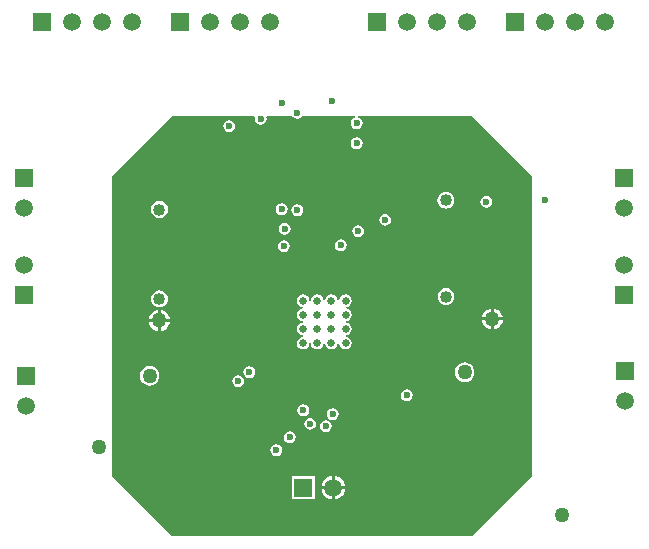
<source format=gbl>
%FSTAX24Y24*%
%MOIN*%
%SFA1B1*%

%IPPOS*%
%ADD21R,0.059060X0.059060*%
%ADD22C,0.059060*%
%ADD23R,0.059060X0.059060*%
%ADD24C,0.023620*%
%ADD25C,0.050000*%
%ADD26C,0.040000*%
%ADD27C,0.025980*%
%LNa3988_breakout-1*%
%LPD*%
G36*
X038176Y046115D02*
Y036115D01*
X036176Y034115*
X026176*
X024176Y036115*
Y046115*
X026176Y048115*
X028903*
X028935Y048076*
X028925Y048025*
X02894Y047948*
X028983Y047883*
X029048Y04784*
X029125Y047825*
X029201Y04784*
X029266Y047883*
X029309Y047948*
X029325Y048025*
X029314Y048076*
X029346Y048115*
X030187*
X030208Y048083*
X030273Y04804*
X03035Y048025*
X030426Y04804*
X030491Y048083*
X030512Y048115*
X032272*
X032277Y048065*
X032248Y048059*
X032183Y048016*
X03214Y047951*
X032125Y047875*
X03214Y047798*
X032183Y047733*
X032248Y04769*
X032325Y047675*
X032401Y04769*
X032466Y047733*
X032509Y047798*
X032525Y047875*
X032509Y047951*
X032466Y048016*
X032401Y048059*
X032372Y048065*
X032377Y048115*
X036176*
X038176Y046115*
G37*
%LNa3988_breakout-2*%
%LPC*%
G36*
X028375Y039474D02*
X028298Y039459D01*
X028233Y039416*
X02819Y039351*
X028175Y039275*
X02819Y039198*
X028233Y039133*
X028298Y03909*
X028375Y039075*
X028451Y03909*
X028516Y039133*
X028559Y039198*
X028575Y039275*
X028559Y039351*
X028516Y039416*
X028451Y039459*
X028375Y039474*
G37*
G36*
X025425Y03978D02*
X025339Y039769D01*
X025259Y039736*
X025191Y039683*
X025138Y039615*
X025105Y039535*
X025094Y03945*
X025105Y039364*
X025138Y039284*
X025191Y039216*
X025259Y039163*
X025339Y03913*
X025425Y039119*
X02551Y03913*
X02559Y039163*
X025658Y039216*
X025711Y039284*
X025744Y039364*
X025755Y03945*
X025744Y039535*
X025711Y039615*
X025658Y039683*
X02559Y039736*
X02551Y039769*
X025425Y03978*
G37*
G36*
X03055Y038499D02*
X030473Y038484D01*
X030408Y038441*
X030365Y038376*
X03035Y0383*
X030365Y038223*
X030408Y038158*
X030473Y038115*
X03055Y0381*
X030626Y038115*
X030691Y038158*
X030734Y038223*
X03075Y0383*
X030734Y038376*
X030691Y038441*
X030626Y038484*
X03055Y038499*
G37*
G36*
X034Y039D02*
X033923Y038984D01*
X033858Y038941*
X033815Y038876*
X0338Y0388*
X033815Y038723*
X033858Y038658*
X033923Y038615*
X034Y0386*
X034076Y038615*
X034141Y038658*
X034184Y038723*
X0342Y0388*
X034184Y038876*
X034141Y038941*
X034076Y038984*
X034Y039*
G37*
G36*
X035925Y039905D02*
X035839Y039894D01*
X035759Y039861*
X035691Y039808*
X035638Y03974*
X035605Y03966*
X035594Y039575*
X035605Y039489*
X035638Y039409*
X035691Y039341*
X035759Y039288*
X035839Y039255*
X035925Y039244*
X03601Y039255*
X03609Y039288*
X036158Y039341*
X036211Y039409*
X036244Y039489*
X036255Y039575*
X036244Y03966*
X036211Y03974*
X036158Y039808*
X03609Y039861*
X03601Y039894*
X035925Y039905*
G37*
G36*
X026096Y04125D02*
X0258D01*
Y040953*
X025841Y040959*
X025926Y040994*
X025999Y04105*
X026055Y041123*
X026091Y041208*
X026096Y04125*
G37*
G36*
X0368Y0413D02*
X036503D01*
X036509Y041258*
X036544Y041173*
X0366Y0411*
X036673Y041044*
X036758Y041009*
X0368Y041003*
Y0413*
G37*
G36*
X02875Y039774D02*
X028673Y039759D01*
X028608Y039716*
X028565Y039651*
X02855Y039575*
X028565Y039498*
X028608Y039433*
X028673Y03939*
X02875Y039375*
X028826Y03939*
X028891Y039433*
X028934Y039498*
X028949Y039575*
X028934Y039651*
X028891Y039716*
X028826Y039759*
X02875Y039774*
G37*
G36*
X0257Y04125D02*
X025403D01*
X025409Y041208*
X025444Y041123*
X0255Y04105*
X025573Y040994*
X025658Y040959*
X0257Y040953*
Y04125*
G37*
G36*
X031525Y038375D02*
X031448Y038359D01*
X031383Y038316*
X03134Y038251*
X031325Y038175*
X03134Y038098*
X031383Y038033*
X031448Y03799*
X031525Y037975*
X031601Y03799*
X031666Y038033*
X031709Y038098*
X031724Y038175*
X031709Y038251*
X031666Y038316*
X031601Y038359*
X031525Y038375*
G37*
G36*
X030923Y036098D02*
X030176D01*
Y035351*
X030923*
Y036098*
G37*
G36*
X0315Y036117D02*
X031446Y03611D01*
X03135Y03607*
X031268Y036006*
X031204Y035924*
X031164Y035828*
X031157Y035775*
X0315*
Y036117*
G37*
G36*
Y035675D02*
X031157D01*
X031164Y035621*
X031204Y035525*
X031268Y035443*
X03135Y035379*
X031446Y035339*
X0315Y035332*
Y035675*
G37*
G36*
X031942D02*
X0316D01*
Y035332*
X031653Y035339*
X031749Y035379*
X031831Y035443*
X031895Y035525*
X031935Y035621*
X031942Y035675*
G37*
G36*
X0316Y036117D02*
Y035775D01*
X031942*
X031935Y035828*
X031895Y035924*
X031831Y036006*
X031749Y03607*
X031653Y03611*
X0316Y036117*
G37*
G36*
X0313Y037974D02*
X031223Y037959D01*
X031158Y037916*
X031115Y037851*
X0311Y037775*
X031115Y037698*
X031158Y037633*
X031223Y03759*
X0313Y037575*
X031376Y03759*
X031441Y037633*
X031484Y037698*
X0315Y037775*
X031484Y037851*
X031441Y037916*
X031376Y037959*
X0313Y037974*
G37*
G36*
X030775Y03805D02*
X030698Y038034D01*
X030633Y037991*
X03059Y037926*
X030575Y03785*
X03059Y037773*
X030633Y037708*
X030698Y037665*
X030775Y03765*
X030851Y037665*
X030916Y037708*
X030959Y037773*
X030975Y03785*
X030959Y037926*
X030916Y037991*
X030851Y038034*
X030775Y03805*
G37*
G36*
X02965Y037174D02*
X029573Y037159D01*
X029508Y037116*
X029465Y037051*
X02945Y036975*
X029465Y036898*
X029508Y036833*
X029573Y03679*
X02965Y036775*
X029726Y03679*
X029791Y036833*
X029834Y036898*
X029849Y036975*
X029834Y037051*
X029791Y037116*
X029726Y037159*
X02965Y037174*
G37*
G36*
X0301Y037599D02*
X030023Y037584D01*
X029958Y037541*
X029915Y037476*
X0299Y0374*
X029915Y037323*
X029958Y037258*
X030023Y037215*
X0301Y0372*
X030176Y037215*
X030241Y037258*
X030284Y037323*
X030299Y0374*
X030284Y037476*
X030241Y037541*
X030176Y037584*
X0301Y037599*
G37*
G36*
X037196Y0413D02*
X0369D01*
Y041003*
X036941Y041009*
X037026Y041044*
X037099Y0411*
X037155Y041173*
X037191Y041258*
X037196Y0413*
G37*
G36*
X025755Y045274D02*
X025682Y045265D01*
X025615Y045237*
X025557Y045192*
X025512Y045134*
X025484Y045067*
X025475Y044994*
X025484Y044921*
X025512Y044854*
X025557Y044796*
X025615Y044751*
X025682Y044723*
X025755Y044714*
X025828Y044723*
X025895Y044751*
X025953Y044796*
X025998Y044854*
X026026Y044921*
X026035Y044994*
X026026Y045067*
X025998Y045134*
X025953Y045192*
X025895Y045237*
X025828Y045265*
X025755Y045274*
G37*
G36*
X03035Y045175D02*
X030273Y045159D01*
X030208Y045116*
X030165Y045051*
X03015Y044975*
X030165Y044898*
X030208Y044833*
X030273Y04479*
X03035Y044775*
X030426Y04479*
X030491Y044833*
X030534Y044898*
X03055Y044975*
X030534Y045051*
X030491Y045116*
X030426Y045159*
X03035Y045175*
G37*
G36*
X029925Y04455D02*
X029848Y044534D01*
X029783Y044491*
X02974Y044426*
X029725Y04435*
X02974Y044273*
X029783Y044208*
X029848Y044165*
X029925Y04415*
X030001Y044165*
X030066Y044208*
X030109Y044273*
X030125Y04435*
X030109Y044426*
X030066Y044491*
X030001Y044534*
X029925Y04455*
G37*
G36*
X033275Y044849D02*
X033198Y044834D01*
X033133Y044791*
X03309Y044726*
X033075Y04465*
X03309Y044573*
X033133Y044508*
X033198Y044465*
X033275Y04445*
X033351Y044465*
X033416Y044508*
X033459Y044573*
X033475Y04465*
X033459Y044726*
X033416Y044791*
X033351Y044834*
X033275Y044849*
G37*
G36*
X029825Y0452D02*
X029748Y045184D01*
X029683Y045141*
X02964Y045076*
X029625Y045*
X02964Y044923*
X029683Y044858*
X029748Y044815*
X029825Y0448*
X029901Y044815*
X029966Y044858*
X030009Y044923*
X030025Y045*
X030009Y045076*
X029966Y045141*
X029901Y045184*
X029825Y0452*
G37*
G36*
X032325Y0474D02*
X032248Y047384D01*
X032183Y047341*
X03214Y047276*
X032125Y0472*
X03214Y047123*
X032183Y047058*
X032248Y047015*
X032325Y047*
X032401Y047015*
X032466Y047058*
X032509Y047123*
X032525Y0472*
X032509Y047276*
X032466Y047341*
X032401Y047384*
X032325Y0474*
G37*
G36*
X028075Y047974D02*
X027998Y047959D01*
X027933Y047916*
X02789Y047851*
X027875Y047775*
X02789Y047698*
X027933Y047633*
X027998Y04759*
X028075Y047575*
X028151Y04759*
X028216Y047633*
X028259Y047698*
X028275Y047775*
X028259Y047851*
X028216Y047916*
X028151Y047959*
X028075Y047974*
G37*
G36*
X0353Y04558D02*
X035227Y04557D01*
X035159Y045542*
X035101Y045498*
X035057Y04544*
X035029Y045372*
X035019Y0453*
X035029Y045227*
X035057Y045159*
X035101Y045101*
X035159Y045057*
X035227Y045029*
X0353Y045019*
X035372Y045029*
X03544Y045057*
X035498Y045101*
X035542Y045159*
X03557Y045227*
X03558Y0453*
X03557Y045372*
X035542Y04544*
X035498Y045498*
X03544Y045542*
X035372Y04557*
X0353Y04558*
G37*
G36*
X03665Y045449D02*
X036573Y045434D01*
X036508Y045391*
X036465Y045326*
X03645Y04525*
X036465Y045173*
X036508Y045108*
X036573Y045065*
X03665Y04505*
X036726Y045065*
X036791Y045108*
X036834Y045173*
X036849Y04525*
X036834Y045326*
X036791Y045391*
X036726Y045434*
X03665Y045449*
G37*
G36*
X032375Y044474D02*
X032298Y044459D01*
X032233Y044416*
X03219Y044351*
X032175Y044275*
X03219Y044198*
X032233Y044133*
X032298Y04409*
X032375Y044075*
X032451Y04409*
X032516Y044133*
X032559Y044198*
X032574Y044275*
X032559Y044351*
X032516Y044416*
X032451Y044459*
X032375Y044474*
G37*
G36*
X0368Y041696D02*
X036758Y041691D01*
X036673Y041655*
X0366Y041599*
X036544Y041526*
X036509Y041441*
X036503Y0414*
X0368*
Y041696*
G37*
G36*
X0369D02*
Y0414D01*
X037196*
X037191Y041441*
X037155Y041526*
X037099Y041599*
X037026Y041655*
X036941Y041691*
X0369Y041696*
G37*
G36*
X0257Y041646D02*
X025658Y041641D01*
X025573Y041605*
X0255Y041549*
X025444Y041476*
X025409Y041391*
X025403Y04135*
X0257*
Y041646*
G37*
G36*
X0258D02*
Y04135D01*
X026096*
X026091Y041391*
X026055Y041476*
X025999Y041549*
X025926Y041605*
X025841Y041641*
X0258Y041646*
G37*
G36*
X025755Y042299D02*
X025682Y04229D01*
X025615Y042262*
X025557Y042217*
X025512Y042159*
X025484Y042092*
X025475Y042019*
X025484Y041946*
X025512Y041879*
X025557Y041821*
X025615Y041776*
X025682Y041748*
X025755Y041739*
X025828Y041748*
X025895Y041776*
X025953Y041821*
X025998Y041879*
X026026Y041946*
X026035Y042019*
X026026Y042092*
X025998Y042159*
X025953Y042217*
X025895Y042262*
X025828Y04229*
X025755Y042299*
G37*
G36*
X0299Y043974D02*
X029823Y043959D01*
X029758Y043916*
X029715Y043851*
X0297Y043775*
X029715Y043698*
X029758Y043633*
X029823Y04359*
X0299Y043575*
X029976Y04359*
X030041Y043633*
X030084Y043698*
X030099Y043775*
X030084Y043851*
X030041Y043916*
X029976Y043959*
X0299Y043974*
G37*
G36*
X0318Y043999D02*
X031723Y043984D01*
X031658Y043941*
X031615Y043876*
X0316Y0438*
X031615Y043723*
X031658Y043658*
X031723Y043615*
X0318Y0436*
X031876Y043615*
X031941Y043658*
X031984Y043723*
X032Y0438*
X031984Y043876*
X031941Y043941*
X031876Y043984*
X0318Y043999*
G37*
G36*
X035305Y042374D02*
X035232Y042365D01*
X035165Y042337*
X035107Y042292*
X035062Y042234*
X035034Y042167*
X035025Y042094*
X035034Y042021*
X035062Y041954*
X035107Y041896*
X035165Y041851*
X035232Y041823*
X035305Y041814*
X035378Y041823*
X035445Y041851*
X035503Y041896*
X035548Y041954*
X035576Y042021*
X035585Y042094*
X035576Y042167*
X035548Y042234*
X035503Y042292*
X035445Y042337*
X035378Y042365*
X035305Y042374*
G37*
G36*
X031958Y04217D02*
X031877Y042154D01*
X031808Y042108*
X031762Y042039*
X031747Y041962*
X031697*
X031682Y042039*
X031636Y042108*
X031567Y042154*
X031486Y04217*
X031405Y042154*
X031336Y042108*
X03129Y042039*
X031275Y041962*
X031225*
X031209Y042039*
X031163Y042108*
X031094Y042154*
X031013Y04217*
X030932Y042154*
X030863Y042108*
X030817Y042039*
X030802Y041962*
X030752*
X030737Y042039*
X030691Y042108*
X030622Y042154*
X030541Y04217*
X03046Y042154*
X030391Y042108*
X030345Y042039*
X030329Y041958*
X030345Y041877*
X030391Y041808*
X03046Y041762*
X030537Y041747*
Y041697*
X03046Y041682*
X030391Y041636*
X030345Y041567*
X030329Y041486*
X030345Y041405*
X030391Y041336*
X03046Y04129*
X030537Y041275*
Y041225*
X03046Y041209*
X030391Y041163*
X030345Y041094*
X030329Y041013*
X030345Y040932*
X030391Y040863*
X03046Y040817*
X030537Y040802*
Y040752*
X03046Y040737*
X030391Y040691*
X030345Y040622*
X030329Y040541*
X030345Y04046*
X030391Y040391*
X03046Y040345*
X030541Y040329*
X030622Y040345*
X030691Y040391*
X030737Y04046*
X030752Y040537*
X030802*
X030817Y04046*
X030863Y040391*
X030932Y040345*
X031013Y040329*
X031094Y040345*
X031163Y040391*
X031209Y04046*
X031225Y040537*
X031275*
X03129Y04046*
X031336Y040391*
X031405Y040345*
X031486Y040329*
X031567Y040345*
X031636Y040391*
X031682Y04046*
X031697Y040537*
X031747*
X031762Y04046*
X031808Y040391*
X031877Y040345*
X031958Y040329*
X032039Y040345*
X032108Y040391*
X032154Y04046*
X03217Y040541*
X032154Y040622*
X032108Y040691*
X032039Y040737*
X031962Y040752*
Y040802*
X032039Y040817*
X032108Y040863*
X032154Y040932*
X03217Y041013*
X032154Y041094*
X032108Y041163*
X032039Y041209*
X031962Y041225*
Y041275*
X032039Y04129*
X032108Y041336*
X032154Y041405*
X03217Y041486*
X032154Y041567*
X032108Y041636*
X032039Y041682*
X031962Y041697*
Y041747*
X032039Y041762*
X032108Y041808*
X032154Y041877*
X03217Y041958*
X032154Y042039*
X032108Y042108*
X032039Y042154*
X031958Y04217*
G37*
%LNa3988_breakout-3*%
%LPD*%
G54D21*
X02125Y04215D03*
Y04605D03*
X04125D03*
Y04215D03*
X041275Y0396D03*
X0213Y03945D03*
G54D22*
X02125Y04315D03*
Y04505D03*
X04125D03*
Y04315D03*
X0406Y05125D03*
X0396D03*
X0386D03*
X036D03*
X035D03*
X034D03*
X02945D03*
X02845D03*
X02745D03*
X02485D03*
X02385D03*
X02285D03*
X041275Y0386D03*
X0213Y03845D03*
X03155Y035725D03*
G54D23*
X0376Y05125D03*
X033D03*
X02645D03*
X02185D03*
X03055Y035725D03*
G54D24*
X02875Y039575D03*
X0301Y0374D03*
X029825Y04855D03*
X032325Y047875D03*
Y0472D03*
X0386Y0453D03*
X02965Y036975D03*
X03665Y04525D03*
X030775Y03785D03*
X0299Y043775D03*
X029925Y04435D03*
X029825Y045D03*
X03035Y048225D03*
Y044975D03*
X03055Y0383D03*
X034Y0388D03*
X033275Y04465D03*
X028375Y039275D03*
X0318Y0438D03*
X028075Y047775D03*
X029125Y048025D03*
X032375Y044275D03*
X0315Y0486D03*
X031525Y038175D03*
X0313Y037775D03*
G54D25*
X035925Y039575D03*
X025425Y03945D03*
X03685Y04135D03*
X02575Y0413D03*
X039175Y0348D03*
X023725Y037075D03*
G54D26*
X0353Y0453D03*
X035305Y042094D03*
X025755Y044994D03*
Y042019D03*
G54D27*
X031958Y040541D03*
X031486D03*
X031013D03*
X030541D03*
X031958Y041013D03*
X031486D03*
X031013D03*
X030541D03*
X031958Y041486D03*
X031486D03*
X031013D03*
X030541D03*
X031958Y041958D03*
X031486D03*
X031013D03*
X030541D03*
M02*
</source>
